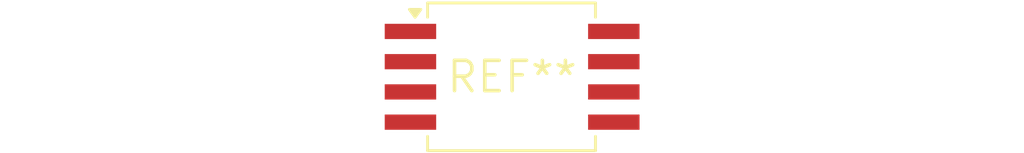
<source format=kicad_pcb>
(kicad_pcb (version 20240108) (generator pcbnew)
  (layers (0 "F.Cu" signal) (31 "B.Cu" signal) (34 "B.Paste" user) (35 "F.Paste" user) (36 "B.SilkS" user "B.Silkscreen") (37 "F.SilkS" user "F.Silkscreen") (38 "B.Mask" user) (39 "F.Mask" user) (44 "Edge.Cuts" user))
  (net 0 "")
  (footprint "SSO-8_6.8x5.9mm_P1.27mm_Clearance7mm" (layer "F.Cu") (at 0 0)
    (property "Reference" "REF**")
    (property "Value" "SSO-8_6.8x5.9mm_P1.27mm_Clearance7mm")
    (fp_line (start -3.55 -3.1) (end -3.55 -2.5) (layer "F.SilkS") (stroke (width 0.12)))
    (fp_line (start -3.55 3.1) (end -3.55 2.5) (layer "F.SilkS") (stroke (width 0.12)))
    (fp_line (start -3.55 3.1) (end 3.5 3.1) (layer "F.SilkS") (stroke (width 0.12)))
    (fp_line (start 3.5 -3.1) (end -3.55 -3.1) (layer "F.SilkS") (stroke (width 0.12)))
    (fp_line (start 3.5 -3.1) (end 3.5 -2.5) (layer "F.SilkS") (stroke (width 0.12)))
    (fp_line (start 3.5 3.1) (end 3.5 2.5) (layer "F.SilkS") (stroke (width 0.12)))
    (fp_poly (pts (xy -4.075 -2.5) (xy -4.315 -2.83) (xy -3.835 -2.83) (xy -4.075 -2.5)) (layer "F.SilkS") (stroke (width 0.12)) (fill solid))
    (pad "1" smd rect (at -4.27 -1.905) (size 2.16 0.64) (layers "F.Cu" "F.Paste" "F.Mask"))
    (pad "2" smd rect (at -4.27 -0.635) (size 2.16 0.64) (layers "F.Cu" "F.Paste" "F.Mask"))
    (pad "3" smd rect (at -4.27 0.635) (size 2.16 0.64) (layers "F.Cu" "F.Paste" "F.Mask"))
    (pad "4" smd rect (at -4.27 1.905) (size 2.16 0.64) (layers "F.Cu" "F.Paste" "F.Mask"))
    (pad "5" smd rect (at 4.27 1.905) (size 2.16 0.64) (layers "F.Cu" "F.Paste" "F.Mask"))
    (pad "6" smd rect (at 4.27 0.635) (size 2.16 0.64) (layers "F.Cu" "F.Paste" "F.Mask"))
    (pad "7" smd rect (at 4.27 -0.635) (size 2.16 0.64) (layers "F.Cu" "F.Paste" "F.Mask"))
    (pad "8" smd rect (at 4.27 -1.905) (size 2.16 0.64) (layers "F.Cu" "F.Paste" "F.Mask"))
  )
)
</source>
